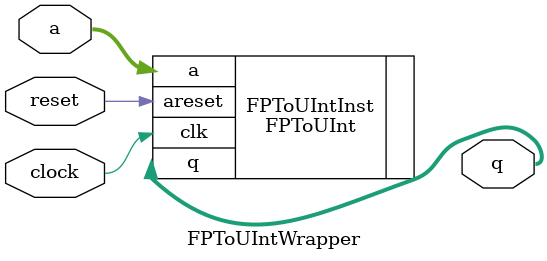
<source format=v>
module FPToUIntWrapper (
    input  wire        clock,
    input  wire        reset,
    input  wire [31:0] a,
    output wire [31:0] q
  );

  FPToUInt FPToUIntInst (
    .clk(clock)
  , .areset(reset)
  , .a(a)
  , .q(q)
  );
endmodule

</source>
